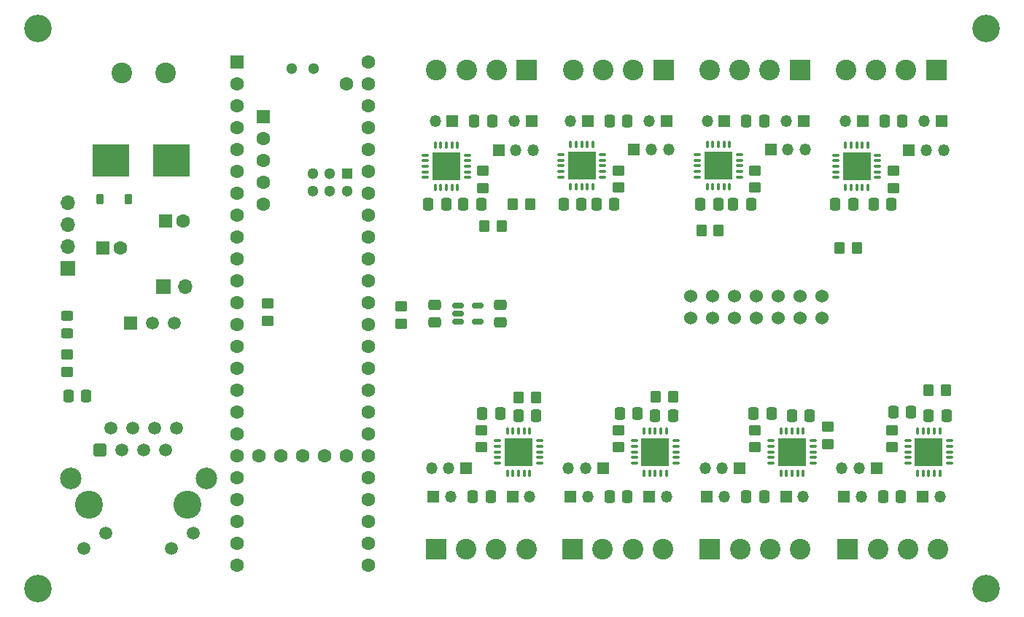
<source format=gbr>
%TF.GenerationSoftware,KiCad,Pcbnew,7.0.6*%
%TF.CreationDate,2023-07-11T08:11:05-07:00*%
%TF.ProjectId,Thermo-RTD-8-v1_5,54686572-6d6f-42d5-9254-442d382d7631,rev?*%
%TF.SameCoordinates,Original*%
%TF.FileFunction,Soldermask,Top*%
%TF.FilePolarity,Negative*%
%FSLAX46Y46*%
G04 Gerber Fmt 4.6, Leading zero omitted, Abs format (unit mm)*
G04 Created by KiCad (PCBNEW 7.0.6) date 2023-07-11 08:11:05*
%MOMM*%
%LPD*%
G01*
G04 APERTURE LIST*
G04 Aperture macros list*
%AMRoundRect*
0 Rectangle with rounded corners*
0 $1 Rounding radius*
0 $2 $3 $4 $5 $6 $7 $8 $9 X,Y pos of 4 corners*
0 Add a 4 corners polygon primitive as box body*
4,1,4,$2,$3,$4,$5,$6,$7,$8,$9,$2,$3,0*
0 Add four circle primitives for the rounded corners*
1,1,$1+$1,$2,$3*
1,1,$1+$1,$4,$5*
1,1,$1+$1,$6,$7*
1,1,$1+$1,$8,$9*
0 Add four rect primitives between the rounded corners*
20,1,$1+$1,$2,$3,$4,$5,0*
20,1,$1+$1,$4,$5,$6,$7,0*
20,1,$1+$1,$6,$7,$8,$9,0*
20,1,$1+$1,$8,$9,$2,$3,0*%
G04 Aperture macros list end*
%ADD10RoundRect,0.250000X0.450000X-0.350000X0.450000X0.350000X-0.450000X0.350000X-0.450000X-0.350000X0*%
%ADD11RoundRect,0.250000X-0.337500X-0.475000X0.337500X-0.475000X0.337500X0.475000X-0.337500X0.475000X0*%
%ADD12RoundRect,0.250000X-0.350000X-0.450000X0.350000X-0.450000X0.350000X0.450000X-0.350000X0.450000X0*%
%ADD13RoundRect,0.250000X0.337500X0.475000X-0.337500X0.475000X-0.337500X-0.475000X0.337500X-0.475000X0*%
%ADD14O,1.350000X1.350000*%
%ADD15R,1.350000X1.350000*%
%ADD16R,3.250000X3.250000*%
%ADD17RoundRect,0.075000X-0.075000X-0.337500X0.075000X-0.337500X0.075000X0.337500X-0.075000X0.337500X0*%
%ADD18RoundRect,0.075000X-0.337500X-0.075000X0.337500X-0.075000X0.337500X0.075000X-0.337500X0.075000X0*%
%ADD19RoundRect,0.250000X0.350000X0.450000X-0.350000X0.450000X-0.350000X-0.450000X0.350000X-0.450000X0*%
%ADD20C,2.400000*%
%ADD21R,2.400000X2.400000*%
%ADD22C,3.200000*%
%ADD23RoundRect,0.225000X0.225000X0.375000X-0.225000X0.375000X-0.225000X-0.375000X0.225000X-0.375000X0*%
%ADD24O,1.700000X1.700000*%
%ADD25R,1.700000X1.700000*%
%ADD26RoundRect,0.075000X0.075000X0.337500X-0.075000X0.337500X-0.075000X-0.337500X0.075000X-0.337500X0*%
%ADD27RoundRect,0.075000X0.337500X0.075000X-0.337500X0.075000X-0.337500X-0.075000X0.337500X-0.075000X0*%
%ADD28C,1.600000*%
%ADD29R,1.600000X1.600000*%
%ADD30RoundRect,0.250000X-0.450000X0.350000X-0.450000X-0.350000X0.450000X-0.350000X0.450000X0.350000X0*%
%ADD31C,1.524000*%
%ADD32RoundRect,0.150000X-0.512500X-0.150000X0.512500X-0.150000X0.512500X0.150000X-0.512500X0.150000X0*%
%ADD33C,1.300000*%
%ADD34R,1.300000X1.300000*%
%ADD35RoundRect,0.250000X-0.450000X0.325000X-0.450000X-0.325000X0.450000X-0.325000X0.450000X0.325000X0*%
%ADD36RoundRect,0.250000X-0.475000X0.337500X-0.475000X-0.337500X0.475000X-0.337500X0.475000X0.337500X0*%
%ADD37C,2.500000*%
%ADD38C,1.500000*%
%ADD39RoundRect,0.250500X-0.499500X-0.499500X0.499500X-0.499500X0.499500X0.499500X-0.499500X0.499500X0*%
%ADD40C,3.250000*%
%ADD41R,1.500000X1.500000*%
%ADD42R,4.240000X3.810000*%
G04 APERTURE END LIST*
D10*
%TO.C,R202*%
X54160000Y50977500D03*
X54160000Y48977500D03*
%TD*%
D11*
%TO.C,C502*%
X101537500Y47095000D03*
X99462500Y47095000D03*
%TD*%
D12*
%TO.C,R601*%
X60301200Y24717600D03*
X58301200Y24717600D03*
%TD*%
D13*
%TO.C,C601*%
X58265000Y22584000D03*
X60340000Y22584000D03*
%TD*%
D12*
%TO.C,R901*%
X107865000Y25505000D03*
X105865000Y25505000D03*
%TD*%
D11*
%TO.C,C302*%
X85260000Y47095000D03*
X83185000Y47095000D03*
%TD*%
D14*
%TO.C,JP903*%
X98025000Y13125000D03*
D15*
X96025000Y13125000D03*
%TD*%
D16*
%TO.C,U801*%
X90010000Y18350000D03*
D17*
X88710000Y20787500D03*
X89360000Y20787500D03*
X90010000Y20787500D03*
X90660000Y20787500D03*
X91310000Y20787500D03*
D18*
X92447500Y19650000D03*
X92447500Y19000000D03*
X92447500Y18350000D03*
X92447500Y17700000D03*
X92447500Y17050000D03*
D17*
X91310000Y15912500D03*
X90660000Y15912500D03*
X90010000Y15912500D03*
X89360000Y15912500D03*
X88710000Y15912500D03*
D18*
X87572500Y17050000D03*
X87572500Y17700000D03*
X87572500Y18350000D03*
X87572500Y19000000D03*
X87572500Y19650000D03*
%TD*%
D14*
%TO.C,JP703*%
X66275000Y13125000D03*
D15*
X64275000Y13125000D03*
%TD*%
D11*
%TO.C,C501*%
X97092500Y47095000D03*
X95017500Y47095000D03*
%TD*%
%TO.C,C203*%
X55197500Y56742500D03*
X53122500Y56742500D03*
%TD*%
D14*
%TO.C,JP301*%
X91550000Y53487500D03*
X89550000Y53487500D03*
D15*
X87550000Y53487500D03*
%TD*%
D19*
%TO.C,R501*%
X95535000Y42015000D03*
X97535000Y42015000D03*
%TD*%
D20*
%TO.C,J701*%
X75044000Y7090000D03*
X71544000Y7090000D03*
X68044000Y7090000D03*
D21*
X64544000Y7090000D03*
%TD*%
D20*
%TO.C,J201*%
X48740000Y62716000D03*
X52240000Y62716000D03*
X55740000Y62716000D03*
D21*
X59240000Y62716000D03*
%TD*%
D14*
%TO.C,JP502*%
X96215000Y56742500D03*
D15*
X98215000Y56742500D03*
%TD*%
D14*
%TO.C,JP303*%
X89330000Y56807500D03*
D15*
X91330000Y56807500D03*
%TD*%
D10*
%TO.C,R302*%
X85740000Y51042500D03*
X85740000Y49042500D03*
%TD*%
D22*
%TO.C,H103*%
X112500000Y2500000D03*
%TD*%
D20*
%TO.C,J901*%
X106992000Y7090000D03*
X103492000Y7090000D03*
X99992000Y7090000D03*
D21*
X96492000Y7090000D03*
%TD*%
D22*
%TO.C,H101*%
X2500000Y67500000D03*
%TD*%
D23*
%TO.C,D101*%
X9640000Y47730000D03*
X12940000Y47730000D03*
%TD*%
D20*
%TO.C,J102*%
X17315000Y62385000D03*
X12235000Y62385000D03*
%TD*%
D14*
%TO.C,JP403*%
X73455000Y56807500D03*
D15*
X75455000Y56807500D03*
%TD*%
D14*
%TO.C,JP802*%
X91310000Y13125000D03*
D15*
X89310000Y13125000D03*
%TD*%
D16*
%TO.C,U901*%
X105885000Y18350000D03*
D17*
X104585000Y20787500D03*
X105235000Y20787500D03*
X105885000Y20787500D03*
X106535000Y20787500D03*
X107185000Y20787500D03*
D18*
X108322500Y19650000D03*
X108322500Y19000000D03*
X108322500Y18350000D03*
X108322500Y17700000D03*
X108322500Y17050000D03*
D17*
X107185000Y15912500D03*
X106535000Y15912500D03*
X105885000Y15912500D03*
X105235000Y15912500D03*
X104585000Y15912500D03*
D18*
X103447500Y17050000D03*
X103447500Y17700000D03*
X103447500Y18350000D03*
X103447500Y19000000D03*
X103447500Y19650000D03*
%TD*%
D19*
%TO.C,R301*%
X79490000Y44027500D03*
X81490000Y44027500D03*
%TD*%
D11*
%TO.C,C303*%
X86777500Y56807500D03*
X84702500Y56807500D03*
%TD*%
D13*
%TO.C,C802*%
X85570000Y22838000D03*
X87645000Y22838000D03*
%TD*%
D20*
%TO.C,J301*%
X80434000Y62716000D03*
X83934000Y62716000D03*
X87434000Y62716000D03*
D21*
X90934000Y62716000D03*
%TD*%
D24*
%TO.C,JP101*%
X19540000Y37570000D03*
D25*
X17000000Y37570000D03*
%TD*%
D13*
%TO.C,C703*%
X68827500Y13125000D03*
X70902500Y13125000D03*
%TD*%
D10*
%TO.C,R402*%
X69865000Y51042500D03*
X69865000Y49042500D03*
%TD*%
D20*
%TO.C,J401*%
X64600000Y62716000D03*
X68100000Y62716000D03*
X71600000Y62716000D03*
D21*
X75100000Y62716000D03*
%TD*%
D11*
%TO.C,C402*%
X69385000Y47095000D03*
X67310000Y47095000D03*
%TD*%
D16*
%TO.C,U501*%
X97515000Y51517500D03*
D26*
X98815000Y49080000D03*
X98165000Y49080000D03*
X97515000Y49080000D03*
X96865000Y49080000D03*
X96215000Y49080000D03*
D27*
X95077500Y50217500D03*
X95077500Y50867500D03*
X95077500Y51517500D03*
X95077500Y52167500D03*
X95077500Y52817500D03*
D26*
X96215000Y53955000D03*
X96865000Y53955000D03*
X97515000Y53955000D03*
X98165000Y53955000D03*
X98815000Y53955000D03*
D27*
X99952500Y52817500D03*
X99952500Y52167500D03*
X99952500Y51517500D03*
X99952500Y50867500D03*
X99952500Y50217500D03*
%TD*%
D22*
%TO.C,H102*%
X112500000Y67500000D03*
%TD*%
D14*
%TO.C,JP501*%
X107595000Y53422500D03*
X105595000Y53422500D03*
D15*
X103595000Y53422500D03*
%TD*%
D16*
%TO.C,U601*%
X58260000Y18350000D03*
D17*
X56960000Y20787500D03*
X57610000Y20787500D03*
X58260000Y20787500D03*
X58910000Y20787500D03*
X59560000Y20787500D03*
D18*
X60697500Y19650000D03*
X60697500Y19000000D03*
X60697500Y18350000D03*
X60697500Y17700000D03*
X60697500Y17050000D03*
D17*
X59560000Y15912500D03*
X58910000Y15912500D03*
X58260000Y15912500D03*
X57610000Y15912500D03*
X56960000Y15912500D03*
D18*
X55822500Y17050000D03*
X55822500Y17700000D03*
X55822500Y18350000D03*
X55822500Y19000000D03*
X55822500Y19650000D03*
%TD*%
D14*
%TO.C,JP803*%
X82150000Y13125000D03*
D15*
X80150000Y13125000D03*
%TD*%
D10*
%TO.C,R502*%
X101785000Y51000000D03*
X101785000Y49000000D03*
%TD*%
D28*
%TO.C,C101*%
X12009900Y42015000D03*
D29*
X10009900Y42015000D03*
%TD*%
D30*
%TO.C,R103*%
X44620000Y33268000D03*
X44620000Y35268000D03*
%TD*%
D14*
%TO.C,JP701*%
X64055000Y16445000D03*
X66055000Y16445000D03*
D15*
X68055000Y16445000D03*
%TD*%
D31*
%TO.C,ILI9341TFT101*%
X93515000Y33887000D03*
X90975000Y33887000D03*
X88435000Y33887000D03*
X85895000Y33887000D03*
X83355000Y33887000D03*
X80815000Y33887000D03*
X78275000Y33887000D03*
X78275000Y36427000D03*
X80815000Y36427000D03*
X83355000Y36427000D03*
X85895000Y36427000D03*
X88435000Y36427000D03*
X90975000Y36427000D03*
X93515000Y36427000D03*
%TD*%
D32*
%TO.C,U102*%
X53487500Y35345000D03*
X53487500Y33445000D03*
X51212500Y33445000D03*
X51212500Y34395000D03*
X51212500Y35345000D03*
%TD*%
D33*
%TO.C,MCU101*%
X31920000Y62875000D03*
X34460000Y62875000D03*
X38371600Y48635000D03*
X36371600Y48635000D03*
X34371600Y48635000D03*
X34371600Y50635000D03*
X36371600Y50635000D03*
D34*
X38371600Y50635000D03*
D28*
X28620800Y47145800D03*
X28620800Y49685800D03*
X28620800Y52225800D03*
X28620800Y54765800D03*
D29*
X28620800Y57305800D03*
D28*
X38270000Y17885000D03*
X35730000Y17885000D03*
X33190000Y17885000D03*
X30650000Y17885000D03*
X28110000Y17885000D03*
X38270000Y61065000D03*
X40810000Y63605000D03*
X40810000Y61065000D03*
X40810000Y58525000D03*
X40810000Y55985000D03*
X40810000Y53445000D03*
X40810000Y50905000D03*
X40810000Y48365000D03*
X40810000Y45825000D03*
X40810000Y43285000D03*
X40810000Y40745000D03*
X40810000Y38205000D03*
X40810000Y35665000D03*
X40810000Y33125000D03*
X40810000Y30585000D03*
X40810000Y28045000D03*
X40810000Y25505000D03*
X40810000Y22965000D03*
X40810000Y20425000D03*
X40810000Y17885000D03*
X40810000Y15345000D03*
X40810000Y12805000D03*
X40810000Y10265000D03*
X40810000Y7725000D03*
X40810000Y5185000D03*
X25570000Y5185000D03*
X25570000Y7725000D03*
X25570000Y10265000D03*
X25570000Y12805000D03*
X25570000Y15345000D03*
X25570000Y17885000D03*
X25570000Y20425000D03*
X25570000Y22965000D03*
X25570000Y25505000D03*
X25570000Y28045000D03*
X25570000Y30585000D03*
X25570000Y33125000D03*
X25570000Y35665000D03*
X25570000Y38205000D03*
X25570000Y40745000D03*
X25570000Y43285000D03*
X25570000Y45825000D03*
X25570000Y48365000D03*
X25570000Y50905000D03*
X25570000Y53445000D03*
X25570000Y55985000D03*
X25570000Y58525000D03*
X25570000Y61065000D03*
D29*
X25570000Y63605000D03*
%TD*%
D16*
%TO.C,U701*%
X74135000Y18350000D03*
D17*
X72835000Y20787500D03*
X73485000Y20787500D03*
X74135000Y20787500D03*
X74785000Y20787500D03*
X75435000Y20787500D03*
D18*
X76572500Y19650000D03*
X76572500Y19000000D03*
X76572500Y18350000D03*
X76572500Y17700000D03*
X76572500Y17050000D03*
D17*
X75435000Y15912500D03*
X74785000Y15912500D03*
X74135000Y15912500D03*
X73485000Y15912500D03*
X72835000Y15912500D03*
D18*
X71697500Y17050000D03*
X71697500Y17700000D03*
X71697500Y18350000D03*
X71697500Y19000000D03*
X71697500Y19650000D03*
%TD*%
D13*
%TO.C,C702*%
X69998500Y22838000D03*
X72073500Y22838000D03*
%TD*%
D11*
%TO.C,C301*%
X81465000Y47095000D03*
X79390000Y47095000D03*
%TD*%
D13*
%TO.C,C701*%
X74140000Y22584000D03*
X76215000Y22584000D03*
%TD*%
D30*
%TO.C,R802*%
X85740000Y18890000D03*
X85740000Y20890000D03*
%TD*%
D12*
%TO.C,R701*%
X76176200Y24743000D03*
X74176200Y24743000D03*
%TD*%
D13*
%TO.C,C603*%
X52952500Y13125000D03*
X55027500Y13125000D03*
%TD*%
%TO.C,C903*%
X100577500Y13125000D03*
X102652500Y13125000D03*
%TD*%
D11*
%TO.C,C403*%
X70902500Y56807500D03*
X68827500Y56807500D03*
%TD*%
D16*
%TO.C,U401*%
X65595000Y51582500D03*
D26*
X66895000Y49145000D03*
X66245000Y49145000D03*
X65595000Y49145000D03*
X64945000Y49145000D03*
X64295000Y49145000D03*
D27*
X63157500Y50282500D03*
X63157500Y50932500D03*
X63157500Y51582500D03*
X63157500Y52232500D03*
X63157500Y52882500D03*
D26*
X64295000Y54020000D03*
X64945000Y54020000D03*
X65595000Y54020000D03*
X66245000Y54020000D03*
X66895000Y54020000D03*
D27*
X68032500Y52882500D03*
X68032500Y52232500D03*
X68032500Y51582500D03*
X68032500Y50932500D03*
X68032500Y50282500D03*
%TD*%
D11*
%TO.C,C103*%
X8065500Y24870000D03*
X5990500Y24870000D03*
%TD*%
D14*
%TO.C,JP202*%
X48590000Y56742500D03*
D15*
X50590000Y56742500D03*
%TD*%
D13*
%TO.C,C901*%
X105890000Y22584000D03*
X107965000Y22584000D03*
%TD*%
D35*
%TO.C,D102*%
X5885000Y32100000D03*
X5885000Y34150000D03*
%TD*%
D14*
%TO.C,JP401*%
X75675000Y53487500D03*
X73675000Y53487500D03*
D15*
X71675000Y53487500D03*
%TD*%
D14*
%TO.C,JP503*%
X105375000Y56742500D03*
D15*
X107375000Y56742500D03*
%TD*%
D16*
%TO.C,U201*%
X49890000Y51517500D03*
D26*
X51190000Y49080000D03*
X50540000Y49080000D03*
X49890000Y49080000D03*
X49240000Y49080000D03*
X48590000Y49080000D03*
D27*
X47452500Y50217500D03*
X47452500Y50867500D03*
X47452500Y51517500D03*
X47452500Y52167500D03*
X47452500Y52817500D03*
D26*
X48590000Y53955000D03*
X49240000Y53955000D03*
X49890000Y53955000D03*
X50540000Y53955000D03*
X51190000Y53955000D03*
D27*
X52327500Y52817500D03*
X52327500Y52167500D03*
X52327500Y51517500D03*
X52327500Y50867500D03*
X52327500Y50217500D03*
%TD*%
D14*
%TO.C,JP402*%
X64295000Y56807500D03*
D15*
X66295000Y56807500D03*
%TD*%
D14*
%TO.C,JP302*%
X80170000Y56807500D03*
D15*
X82170000Y56807500D03*
%TD*%
D10*
%TO.C,R102*%
X5885000Y29680000D03*
X5885000Y27680000D03*
%TD*%
D14*
%TO.C,JP702*%
X75435000Y13125000D03*
D15*
X73435000Y13125000D03*
%TD*%
D20*
%TO.C,J601*%
X59169000Y7090000D03*
X55669000Y7090000D03*
X52169000Y7090000D03*
D21*
X48669000Y7090000D03*
%TD*%
D14*
%TO.C,JP902*%
X107185000Y13125000D03*
D15*
X105185000Y13125000D03*
%TD*%
D20*
%TO.C,J801*%
X90990000Y7090000D03*
X87490000Y7090000D03*
X83990000Y7090000D03*
D21*
X80490000Y7090000D03*
%TD*%
D10*
%TO.C,R101*%
X29176800Y35572800D03*
X29176800Y33572800D03*
%TD*%
D36*
%TO.C,C104*%
X48540000Y33357500D03*
X48540000Y35432500D03*
%TD*%
D11*
%TO.C,C503*%
X102822500Y56742500D03*
X100747500Y56742500D03*
%TD*%
D14*
%TO.C,JP603*%
X50400000Y13125000D03*
D15*
X48400000Y13125000D03*
%TD*%
D37*
%TO.C,Teensy_Ethernet101*%
X22015000Y15320000D03*
X6265000Y15320000D03*
D38*
X20465000Y8890000D03*
X17925000Y7190000D03*
X10355000Y8890000D03*
X7815000Y7190000D03*
X18585000Y21160000D03*
X17315000Y18620000D03*
X16045000Y21160000D03*
X14775000Y18620000D03*
X13505000Y21160000D03*
X12235000Y18620000D03*
X10965000Y21160000D03*
D39*
X9695000Y18620000D03*
D40*
X19855000Y12270000D03*
X8425000Y12270000D03*
%TD*%
D36*
%TO.C,C105*%
X56160000Y33357500D03*
X56160000Y35432500D03*
%TD*%
D20*
%TO.C,J501*%
X96266000Y62716000D03*
X99766000Y62716000D03*
X103266000Y62716000D03*
D21*
X106766000Y62716000D03*
%TD*%
D13*
%TO.C,C602*%
X54051200Y22812600D03*
X56126200Y22812600D03*
%TD*%
D14*
%TO.C,JP602*%
X59560000Y13125000D03*
D15*
X57560000Y13125000D03*
%TD*%
D11*
%TO.C,C401*%
X65590000Y47095000D03*
X63515000Y47095000D03*
%TD*%
D14*
%TO.C,JP901*%
X95805000Y16445000D03*
X97805000Y16445000D03*
D15*
X99805000Y16445000D03*
%TD*%
D14*
%TO.C,JP801*%
X79930000Y16445000D03*
X81930000Y16445000D03*
D15*
X83930000Y16445000D03*
%TD*%
D19*
%TO.C,R201*%
X54304000Y44555000D03*
X56304000Y44555000D03*
%TD*%
D38*
%TO.C,U101*%
X18275000Y33280000D03*
X15735000Y33280000D03*
D41*
X13195000Y33280000D03*
%TD*%
D11*
%TO.C,C202*%
X53912500Y47095000D03*
X51837500Y47095000D03*
%TD*%
D14*
%TO.C,JP201*%
X59970000Y53422500D03*
X57970000Y53422500D03*
D15*
X55970000Y53422500D03*
%TD*%
D11*
%TO.C,C201*%
X49885000Y47095000D03*
X47810000Y47095000D03*
%TD*%
D13*
%TO.C,C803*%
X84702500Y13125000D03*
X86777500Y13125000D03*
%TD*%
D22*
%TO.C,H104*%
X2500000Y2500000D03*
%TD*%
D30*
%TO.C,R702*%
X69865000Y18890000D03*
X69865000Y20890000D03*
%TD*%
D28*
%TO.C,C102*%
X19319900Y45190000D03*
D29*
X17319900Y45190000D03*
%TD*%
D13*
%TO.C,C801*%
X90015000Y22584000D03*
X92090000Y22584000D03*
%TD*%
D16*
%TO.C,U301*%
X81470000Y51582500D03*
D26*
X82770000Y49145000D03*
X82120000Y49145000D03*
X81470000Y49145000D03*
X80820000Y49145000D03*
X80170000Y49145000D03*
D27*
X79032500Y50282500D03*
X79032500Y50932500D03*
X79032500Y51582500D03*
X79032500Y52232500D03*
X79032500Y52882500D03*
D26*
X80170000Y54020000D03*
X80820000Y54020000D03*
X81470000Y54020000D03*
X82120000Y54020000D03*
X82770000Y54020000D03*
D27*
X83907500Y52882500D03*
X83907500Y52232500D03*
X83907500Y51582500D03*
X83907500Y50932500D03*
X83907500Y50282500D03*
%TD*%
D30*
%TO.C,R602*%
X53990000Y18890000D03*
X53990000Y20890000D03*
%TD*%
D13*
%TO.C,C902*%
X101770000Y22965000D03*
X103845000Y22965000D03*
%TD*%
D30*
%TO.C,R801*%
X94150000Y19298000D03*
X94150000Y21298000D03*
%TD*%
D14*
%TO.C,JP203*%
X57750000Y56742500D03*
D15*
X59750000Y56742500D03*
%TD*%
D42*
%TO.C,F101*%
X17965000Y52175000D03*
X10965000Y52175000D03*
%TD*%
D24*
%TO.C,J101*%
X5975000Y47320000D03*
X5975000Y44780000D03*
X5975000Y42240000D03*
D25*
X5975000Y39700000D03*
%TD*%
D30*
%TO.C,R902*%
X101615000Y18890000D03*
X101615000Y20890000D03*
%TD*%
D12*
%TO.C,R401*%
X59590000Y47095000D03*
X57590000Y47095000D03*
%TD*%
D14*
%TO.C,JP601*%
X48180000Y16445000D03*
X50180000Y16445000D03*
D15*
X52180000Y16445000D03*
%TD*%
M02*

</source>
